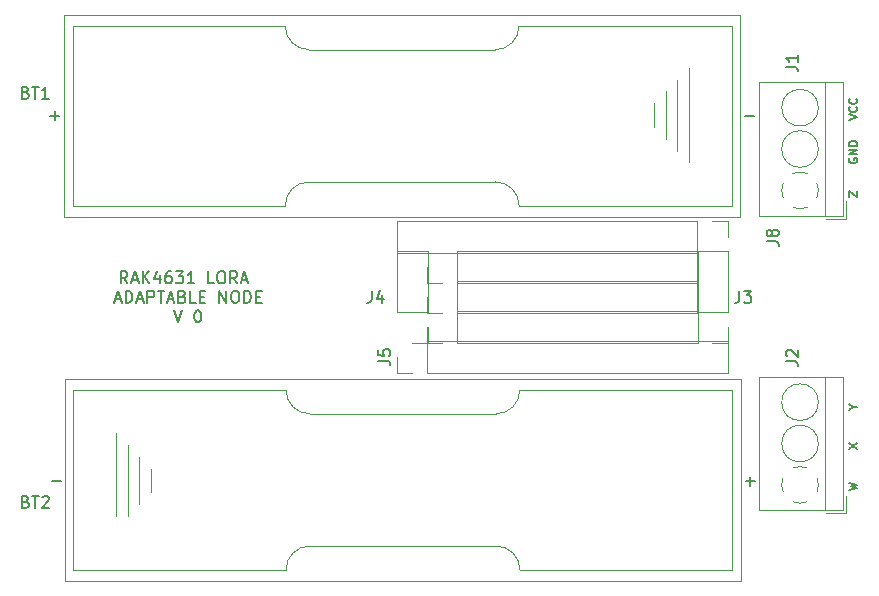
<source format=gbr>
G04 #@! TF.GenerationSoftware,KiCad,Pcbnew,5.1.5-52549c5~86~ubuntu18.04.1*
G04 #@! TF.CreationDate,2020-11-21T17:19:21-05:00*
G04 #@! TF.ProjectId,RAK4631_LORA_ADAPTABLE_NODE,52414b34-3633-4315-9f4c-4f52415f4144,rev?*
G04 #@! TF.SameCoordinates,Original*
G04 #@! TF.FileFunction,Legend,Top*
G04 #@! TF.FilePolarity,Positive*
%FSLAX46Y46*%
G04 Gerber Fmt 4.6, Leading zero omitted, Abs format (unit mm)*
G04 Created by KiCad (PCBNEW 5.1.5-52549c5~86~ubuntu18.04.1) date 2020-11-21 17:19:21*
%MOMM*%
%LPD*%
G04 APERTURE LIST*
%ADD10C,0.150000*%
%ADD11C,0.120000*%
%ADD12O,1.802000X1.802000*%
%ADD13C,1.802000*%
%ADD14C,2.502000*%
%ADD15R,2.502000X2.502000*%
%ADD16C,2.102000*%
%ADD17C,2.742000*%
%ADD18C,3.102000*%
G04 APERTURE END LIST*
D10*
X174041666Y-140760000D02*
X174741666Y-140593333D01*
X174241666Y-140460000D01*
X174741666Y-140326666D01*
X174041666Y-140160000D01*
X174041666Y-137293333D02*
X174741666Y-136826666D01*
X174041666Y-136826666D02*
X174741666Y-137293333D01*
X174408333Y-133760000D02*
X174741666Y-133760000D01*
X174041666Y-133993333D02*
X174408333Y-133760000D01*
X174041666Y-133526666D01*
X174041666Y-115926666D02*
X174041666Y-115460000D01*
X174741666Y-115926666D01*
X174741666Y-115460000D01*
X174075000Y-112693333D02*
X174041666Y-112760000D01*
X174041666Y-112860000D01*
X174075000Y-112960000D01*
X174141666Y-113026666D01*
X174208333Y-113060000D01*
X174341666Y-113093333D01*
X174441666Y-113093333D01*
X174575000Y-113060000D01*
X174641666Y-113026666D01*
X174708333Y-112960000D01*
X174741666Y-112860000D01*
X174741666Y-112793333D01*
X174708333Y-112693333D01*
X174675000Y-112660000D01*
X174441666Y-112660000D01*
X174441666Y-112793333D01*
X174741666Y-112360000D02*
X174041666Y-112360000D01*
X174741666Y-111960000D01*
X174041666Y-111960000D01*
X174741666Y-111626666D02*
X174041666Y-111626666D01*
X174041666Y-111460000D01*
X174075000Y-111360000D01*
X174141666Y-111293333D01*
X174208333Y-111260000D01*
X174341666Y-111226666D01*
X174441666Y-111226666D01*
X174575000Y-111260000D01*
X174641666Y-111293333D01*
X174708333Y-111360000D01*
X174741666Y-111460000D01*
X174741666Y-111626666D01*
X174041666Y-109426666D02*
X174741666Y-109193333D01*
X174041666Y-108960000D01*
X174675000Y-108326666D02*
X174708333Y-108360000D01*
X174741666Y-108460000D01*
X174741666Y-108526666D01*
X174708333Y-108626666D01*
X174641666Y-108693333D01*
X174575000Y-108726666D01*
X174441666Y-108760000D01*
X174341666Y-108760000D01*
X174208333Y-108726666D01*
X174141666Y-108693333D01*
X174075000Y-108626666D01*
X174041666Y-108526666D01*
X174041666Y-108460000D01*
X174075000Y-108360000D01*
X174108333Y-108326666D01*
X174675000Y-107626666D02*
X174708333Y-107660000D01*
X174741666Y-107760000D01*
X174741666Y-107826666D01*
X174708333Y-107926666D01*
X174641666Y-107993333D01*
X174575000Y-108026666D01*
X174441666Y-108060000D01*
X174341666Y-108060000D01*
X174208333Y-108026666D01*
X174141666Y-107993333D01*
X174075000Y-107926666D01*
X174041666Y-107826666D01*
X174041666Y-107760000D01*
X174075000Y-107660000D01*
X174108333Y-107626666D01*
X112967142Y-123262380D02*
X112633809Y-122786190D01*
X112395714Y-123262380D02*
X112395714Y-122262380D01*
X112776666Y-122262380D01*
X112871904Y-122310000D01*
X112919523Y-122357619D01*
X112967142Y-122452857D01*
X112967142Y-122595714D01*
X112919523Y-122690952D01*
X112871904Y-122738571D01*
X112776666Y-122786190D01*
X112395714Y-122786190D01*
X113348095Y-122976666D02*
X113824285Y-122976666D01*
X113252857Y-123262380D02*
X113586190Y-122262380D01*
X113919523Y-123262380D01*
X114252857Y-123262380D02*
X114252857Y-122262380D01*
X114824285Y-123262380D02*
X114395714Y-122690952D01*
X114824285Y-122262380D02*
X114252857Y-122833809D01*
X115681428Y-122595714D02*
X115681428Y-123262380D01*
X115443333Y-122214761D02*
X115205238Y-122929047D01*
X115824285Y-122929047D01*
X116633809Y-122262380D02*
X116443333Y-122262380D01*
X116348095Y-122310000D01*
X116300476Y-122357619D01*
X116205238Y-122500476D01*
X116157619Y-122690952D01*
X116157619Y-123071904D01*
X116205238Y-123167142D01*
X116252857Y-123214761D01*
X116348095Y-123262380D01*
X116538571Y-123262380D01*
X116633809Y-123214761D01*
X116681428Y-123167142D01*
X116729047Y-123071904D01*
X116729047Y-122833809D01*
X116681428Y-122738571D01*
X116633809Y-122690952D01*
X116538571Y-122643333D01*
X116348095Y-122643333D01*
X116252857Y-122690952D01*
X116205238Y-122738571D01*
X116157619Y-122833809D01*
X117062380Y-122262380D02*
X117681428Y-122262380D01*
X117348095Y-122643333D01*
X117490952Y-122643333D01*
X117586190Y-122690952D01*
X117633809Y-122738571D01*
X117681428Y-122833809D01*
X117681428Y-123071904D01*
X117633809Y-123167142D01*
X117586190Y-123214761D01*
X117490952Y-123262380D01*
X117205238Y-123262380D01*
X117110000Y-123214761D01*
X117062380Y-123167142D01*
X118633809Y-123262380D02*
X118062380Y-123262380D01*
X118348095Y-123262380D02*
X118348095Y-122262380D01*
X118252857Y-122405238D01*
X118157619Y-122500476D01*
X118062380Y-122548095D01*
X120300476Y-123262380D02*
X119824285Y-123262380D01*
X119824285Y-122262380D01*
X120824285Y-122262380D02*
X121014761Y-122262380D01*
X121110000Y-122310000D01*
X121205238Y-122405238D01*
X121252857Y-122595714D01*
X121252857Y-122929047D01*
X121205238Y-123119523D01*
X121110000Y-123214761D01*
X121014761Y-123262380D01*
X120824285Y-123262380D01*
X120729047Y-123214761D01*
X120633809Y-123119523D01*
X120586190Y-122929047D01*
X120586190Y-122595714D01*
X120633809Y-122405238D01*
X120729047Y-122310000D01*
X120824285Y-122262380D01*
X122252857Y-123262380D02*
X121919523Y-122786190D01*
X121681428Y-123262380D02*
X121681428Y-122262380D01*
X122062380Y-122262380D01*
X122157619Y-122310000D01*
X122205238Y-122357619D01*
X122252857Y-122452857D01*
X122252857Y-122595714D01*
X122205238Y-122690952D01*
X122157619Y-122738571D01*
X122062380Y-122786190D01*
X121681428Y-122786190D01*
X122633809Y-122976666D02*
X123110000Y-122976666D01*
X122538571Y-123262380D02*
X122871904Y-122262380D01*
X123205238Y-123262380D01*
X111895714Y-124626666D02*
X112371904Y-124626666D01*
X111800476Y-124912380D02*
X112133809Y-123912380D01*
X112467142Y-124912380D01*
X112800476Y-124912380D02*
X112800476Y-123912380D01*
X113038571Y-123912380D01*
X113181428Y-123960000D01*
X113276666Y-124055238D01*
X113324285Y-124150476D01*
X113371904Y-124340952D01*
X113371904Y-124483809D01*
X113324285Y-124674285D01*
X113276666Y-124769523D01*
X113181428Y-124864761D01*
X113038571Y-124912380D01*
X112800476Y-124912380D01*
X113752857Y-124626666D02*
X114229047Y-124626666D01*
X113657619Y-124912380D02*
X113990952Y-123912380D01*
X114324285Y-124912380D01*
X114657619Y-124912380D02*
X114657619Y-123912380D01*
X115038571Y-123912380D01*
X115133809Y-123960000D01*
X115181428Y-124007619D01*
X115229047Y-124102857D01*
X115229047Y-124245714D01*
X115181428Y-124340952D01*
X115133809Y-124388571D01*
X115038571Y-124436190D01*
X114657619Y-124436190D01*
X115514761Y-123912380D02*
X116086190Y-123912380D01*
X115800476Y-124912380D02*
X115800476Y-123912380D01*
X116371904Y-124626666D02*
X116848095Y-124626666D01*
X116276666Y-124912380D02*
X116610000Y-123912380D01*
X116943333Y-124912380D01*
X117610000Y-124388571D02*
X117752857Y-124436190D01*
X117800476Y-124483809D01*
X117848095Y-124579047D01*
X117848095Y-124721904D01*
X117800476Y-124817142D01*
X117752857Y-124864761D01*
X117657619Y-124912380D01*
X117276666Y-124912380D01*
X117276666Y-123912380D01*
X117610000Y-123912380D01*
X117705238Y-123960000D01*
X117752857Y-124007619D01*
X117800476Y-124102857D01*
X117800476Y-124198095D01*
X117752857Y-124293333D01*
X117705238Y-124340952D01*
X117610000Y-124388571D01*
X117276666Y-124388571D01*
X118752857Y-124912380D02*
X118276666Y-124912380D01*
X118276666Y-123912380D01*
X119086190Y-124388571D02*
X119419523Y-124388571D01*
X119562380Y-124912380D02*
X119086190Y-124912380D01*
X119086190Y-123912380D01*
X119562380Y-123912380D01*
X120752857Y-124912380D02*
X120752857Y-123912380D01*
X121324285Y-124912380D01*
X121324285Y-123912380D01*
X121990952Y-123912380D02*
X122181428Y-123912380D01*
X122276666Y-123960000D01*
X122371904Y-124055238D01*
X122419523Y-124245714D01*
X122419523Y-124579047D01*
X122371904Y-124769523D01*
X122276666Y-124864761D01*
X122181428Y-124912380D01*
X121990952Y-124912380D01*
X121895714Y-124864761D01*
X121800476Y-124769523D01*
X121752857Y-124579047D01*
X121752857Y-124245714D01*
X121800476Y-124055238D01*
X121895714Y-123960000D01*
X121990952Y-123912380D01*
X122848095Y-124912380D02*
X122848095Y-123912380D01*
X123086190Y-123912380D01*
X123229047Y-123960000D01*
X123324285Y-124055238D01*
X123371904Y-124150476D01*
X123419523Y-124340952D01*
X123419523Y-124483809D01*
X123371904Y-124674285D01*
X123324285Y-124769523D01*
X123229047Y-124864761D01*
X123086190Y-124912380D01*
X122848095Y-124912380D01*
X123848095Y-124388571D02*
X124181428Y-124388571D01*
X124324285Y-124912380D02*
X123848095Y-124912380D01*
X123848095Y-123912380D01*
X124324285Y-123912380D01*
X116919523Y-125562380D02*
X117252857Y-126562380D01*
X117586190Y-125562380D01*
X118871904Y-125562380D02*
X118967142Y-125562380D01*
X119062380Y-125610000D01*
X119110000Y-125657619D01*
X119157619Y-125752857D01*
X119205238Y-125943333D01*
X119205238Y-126181428D01*
X119157619Y-126371904D01*
X119110000Y-126467142D01*
X119062380Y-126514761D01*
X118967142Y-126562380D01*
X118871904Y-126562380D01*
X118776666Y-126514761D01*
X118729047Y-126467142D01*
X118681428Y-126371904D01*
X118633809Y-126181428D01*
X118633809Y-125943333D01*
X118681428Y-125752857D01*
X118729047Y-125657619D01*
X118776666Y-125610000D01*
X118871904Y-125562380D01*
D11*
X138305000Y-123215000D02*
X138305000Y-121885000D01*
X139635000Y-123215000D02*
X138305000Y-123215000D01*
X140905000Y-123215000D02*
X140905000Y-120555000D01*
X140905000Y-120555000D02*
X161285000Y-120555000D01*
X140905000Y-123215000D02*
X161285000Y-123215000D01*
X161285000Y-123215000D02*
X161285000Y-120555000D01*
X138305000Y-125755000D02*
X138305000Y-124425000D01*
X139635000Y-125755000D02*
X138305000Y-125755000D01*
X140905000Y-125755000D02*
X140905000Y-123095000D01*
X140905000Y-123095000D02*
X161285000Y-123095000D01*
X140905000Y-125755000D02*
X161285000Y-125755000D01*
X161285000Y-125755000D02*
X161285000Y-123095000D01*
X138305000Y-128295000D02*
X138305000Y-126965000D01*
X139635000Y-128295000D02*
X138305000Y-128295000D01*
X140905000Y-128295000D02*
X140905000Y-125635000D01*
X140905000Y-125635000D02*
X161285000Y-125635000D01*
X140905000Y-128295000D02*
X161285000Y-128295000D01*
X161285000Y-128295000D02*
X161285000Y-125635000D01*
X173810000Y-117800000D02*
X173810000Y-116300000D01*
X172070000Y-117800000D02*
X173810000Y-117800000D01*
X166450000Y-106240000D02*
X173570000Y-106240000D01*
X166450000Y-117560000D02*
X173570000Y-117560000D01*
X173570000Y-117560000D02*
X173570000Y-106240000D01*
X166450000Y-117560000D02*
X166450000Y-106240000D01*
X172010000Y-117560000D02*
X172010000Y-106240000D01*
X171465000Y-108400000D02*
G75*
G03X171465000Y-108400000I-1555000J0D01*
G01*
X171465000Y-111900000D02*
G75*
G03X171465000Y-111900000I-1555000J0D01*
G01*
X171465492Y-115372989D02*
G75*
G02X171342000Y-116008000I-1555492J-27011D01*
G01*
X170517742Y-116832109D02*
G75*
G02X169302000Y-116832000I-607742J1432109D01*
G01*
X168477891Y-116007742D02*
G75*
G02X168478000Y-114792000I1432109J607742D01*
G01*
X169302258Y-113967891D02*
G75*
G02X170518000Y-113968000I607742J-1432109D01*
G01*
X171341385Y-114792413D02*
G75*
G02X171465000Y-115400000I-1431385J-607587D01*
G01*
X163825000Y-118015000D02*
X163825000Y-119345000D01*
X162495000Y-118015000D02*
X163825000Y-118015000D01*
X161225000Y-118015000D02*
X161225000Y-120675000D01*
X161225000Y-120675000D02*
X135765000Y-120675000D01*
X161225000Y-118015000D02*
X135765000Y-118015000D01*
X135765000Y-118015000D02*
X135765000Y-120675000D01*
X135765000Y-130835000D02*
X135765000Y-129505000D01*
X137095000Y-130835000D02*
X135765000Y-130835000D01*
X138365000Y-130835000D02*
X138365000Y-128175000D01*
X138365000Y-128175000D02*
X163825000Y-128175000D01*
X138365000Y-130835000D02*
X163825000Y-130835000D01*
X163825000Y-130835000D02*
X163825000Y-128175000D01*
X138425000Y-128295000D02*
X137095000Y-128295000D01*
X138425000Y-126965000D02*
X138425000Y-128295000D01*
X138425000Y-125695000D02*
X135765000Y-125695000D01*
X135765000Y-125695000D02*
X135765000Y-120555000D01*
X138425000Y-125695000D02*
X138425000Y-120555000D01*
X138425000Y-120555000D02*
X135765000Y-120555000D01*
X163825000Y-128295000D02*
X162495000Y-128295000D01*
X163825000Y-126965000D02*
X163825000Y-128295000D01*
X163825000Y-125695000D02*
X161165000Y-125695000D01*
X161165000Y-125695000D02*
X161165000Y-120555000D01*
X163825000Y-125695000D02*
X163825000Y-120555000D01*
X163825000Y-120555000D02*
X161165000Y-120555000D01*
X158530000Y-107025000D02*
X158530000Y-111025000D01*
X159530000Y-112025000D02*
X159530000Y-106025000D01*
X160530000Y-105025000D02*
X160530000Y-113025000D01*
X157530000Y-108025000D02*
X157530000Y-110025000D01*
X164840000Y-100520000D02*
X164840000Y-117650000D01*
X164840000Y-117650000D02*
X107600000Y-117650000D01*
X107600000Y-117650000D02*
X107600000Y-100520000D01*
X107600000Y-100520000D02*
X164840000Y-100520000D01*
X108320000Y-101485000D02*
X108320000Y-116685000D01*
X108320000Y-116685000D02*
X126320000Y-116685000D01*
X164120000Y-101485000D02*
X164120000Y-116685000D01*
X108320000Y-101485000D02*
X126320000Y-101485000D01*
X146120000Y-101485000D02*
X164120000Y-101485000D01*
X146120000Y-116685000D02*
X164120000Y-116685000D01*
X126320000Y-116685000D02*
G75*
G02X128320000Y-114685000I2000000J0D01*
G01*
X144120000Y-114685000D02*
G75*
G02X146120000Y-116685000I0J-2000000D01*
G01*
X146120000Y-101485000D02*
G75*
G02X144120000Y-103485000I-2000000J0D01*
G01*
X128320000Y-103485000D02*
G75*
G02X126320000Y-101485000I0J2000000D01*
G01*
X128320000Y-103485000D02*
X144120000Y-103485000D01*
X144120000Y-114685000D02*
X128320000Y-114685000D01*
X173810000Y-142735000D02*
X173810000Y-141235000D01*
X172070000Y-142735000D02*
X173810000Y-142735000D01*
X166450000Y-131175000D02*
X173570000Y-131175000D01*
X166450000Y-142495000D02*
X173570000Y-142495000D01*
X173570000Y-142495000D02*
X173570000Y-131175000D01*
X166450000Y-142495000D02*
X166450000Y-131175000D01*
X172010000Y-142495000D02*
X172010000Y-131175000D01*
X171465000Y-133335000D02*
G75*
G03X171465000Y-133335000I-1555000J0D01*
G01*
X171465000Y-136835000D02*
G75*
G03X171465000Y-136835000I-1555000J0D01*
G01*
X171465492Y-140307989D02*
G75*
G02X171342000Y-140943000I-1555492J-27011D01*
G01*
X170517742Y-141767109D02*
G75*
G02X169302000Y-141767000I-607742J1432109D01*
G01*
X168477891Y-140942742D02*
G75*
G02X168478000Y-139727000I1432109J607742D01*
G01*
X169302258Y-138902891D02*
G75*
G02X170518000Y-138903000I607742J-1432109D01*
G01*
X171341385Y-139727413D02*
G75*
G02X171465000Y-140335000I-1431385J-607587D01*
G01*
X113980000Y-141975000D02*
X113980000Y-137975000D01*
X112980000Y-136975000D02*
X112980000Y-142975000D01*
X111980000Y-143975000D02*
X111980000Y-135975000D01*
X114980000Y-140975000D02*
X114980000Y-138975000D01*
X107670000Y-148480000D02*
X107670000Y-131350000D01*
X107670000Y-131350000D02*
X164910000Y-131350000D01*
X164910000Y-131350000D02*
X164910000Y-148480000D01*
X164910000Y-148480000D02*
X107670000Y-148480000D01*
X164190000Y-147515000D02*
X164190000Y-132315000D01*
X164190000Y-132315000D02*
X146190000Y-132315000D01*
X108390000Y-147515000D02*
X108390000Y-132315000D01*
X164190000Y-147515000D02*
X146190000Y-147515000D01*
X126390000Y-147515000D02*
X108390000Y-147515000D01*
X126390000Y-132315000D02*
X108390000Y-132315000D01*
X146190000Y-132315000D02*
G75*
G02X144190000Y-134315000I-2000000J0D01*
G01*
X128390000Y-134315000D02*
G75*
G02X126390000Y-132315000I0J2000000D01*
G01*
X126390000Y-147515000D02*
G75*
G02X128390000Y-145515000I2000000J0D01*
G01*
X144190000Y-145515000D02*
G75*
G02X146190000Y-147515000I0J-2000000D01*
G01*
X144190000Y-145515000D02*
X128390000Y-145515000D01*
X128390000Y-134315000D02*
X144190000Y-134315000D01*
D10*
X168727380Y-104938333D02*
X169441666Y-104938333D01*
X169584523Y-104985952D01*
X169679761Y-105081190D01*
X169727380Y-105224047D01*
X169727380Y-105319285D01*
X169727380Y-103938333D02*
X169727380Y-104509761D01*
X169727380Y-104224047D02*
X168727380Y-104224047D01*
X168870238Y-104319285D01*
X168965476Y-104414523D01*
X169013095Y-104509761D01*
X167092380Y-119713333D02*
X167806666Y-119713333D01*
X167949523Y-119760952D01*
X168044761Y-119856190D01*
X168092380Y-119999047D01*
X168092380Y-120094285D01*
X167520952Y-119094285D02*
X167473333Y-119189523D01*
X167425714Y-119237142D01*
X167330476Y-119284761D01*
X167282857Y-119284761D01*
X167187619Y-119237142D01*
X167140000Y-119189523D01*
X167092380Y-119094285D01*
X167092380Y-118903809D01*
X167140000Y-118808571D01*
X167187619Y-118760952D01*
X167282857Y-118713333D01*
X167330476Y-118713333D01*
X167425714Y-118760952D01*
X167473333Y-118808571D01*
X167520952Y-118903809D01*
X167520952Y-119094285D01*
X167568571Y-119189523D01*
X167616190Y-119237142D01*
X167711428Y-119284761D01*
X167901904Y-119284761D01*
X167997142Y-119237142D01*
X168044761Y-119189523D01*
X168092380Y-119094285D01*
X168092380Y-118903809D01*
X168044761Y-118808571D01*
X167997142Y-118760952D01*
X167901904Y-118713333D01*
X167711428Y-118713333D01*
X167616190Y-118760952D01*
X167568571Y-118808571D01*
X167520952Y-118903809D01*
X134217380Y-129838333D02*
X134931666Y-129838333D01*
X135074523Y-129885952D01*
X135169761Y-129981190D01*
X135217380Y-130124047D01*
X135217380Y-130219285D01*
X134217380Y-128885952D02*
X134217380Y-129362142D01*
X134693571Y-129409761D01*
X134645952Y-129362142D01*
X134598333Y-129266904D01*
X134598333Y-129028809D01*
X134645952Y-128933571D01*
X134693571Y-128885952D01*
X134788809Y-128838333D01*
X135026904Y-128838333D01*
X135122142Y-128885952D01*
X135169761Y-128933571D01*
X135217380Y-129028809D01*
X135217380Y-129266904D01*
X135169761Y-129362142D01*
X135122142Y-129409761D01*
X133651666Y-123912380D02*
X133651666Y-124626666D01*
X133604047Y-124769523D01*
X133508809Y-124864761D01*
X133365952Y-124912380D01*
X133270714Y-124912380D01*
X134556428Y-124245714D02*
X134556428Y-124912380D01*
X134318333Y-123864761D02*
X134080238Y-124579047D01*
X134699285Y-124579047D01*
X164766666Y-123912380D02*
X164766666Y-124626666D01*
X164719047Y-124769523D01*
X164623809Y-124864761D01*
X164480952Y-124912380D01*
X164385714Y-124912380D01*
X165147619Y-123912380D02*
X165766666Y-123912380D01*
X165433333Y-124293333D01*
X165576190Y-124293333D01*
X165671428Y-124340952D01*
X165719047Y-124388571D01*
X165766666Y-124483809D01*
X165766666Y-124721904D01*
X165719047Y-124817142D01*
X165671428Y-124864761D01*
X165576190Y-124912380D01*
X165290476Y-124912380D01*
X165195238Y-124864761D01*
X165147619Y-124817142D01*
X104354285Y-107108571D02*
X104497142Y-107156190D01*
X104544761Y-107203809D01*
X104592380Y-107299047D01*
X104592380Y-107441904D01*
X104544761Y-107537142D01*
X104497142Y-107584761D01*
X104401904Y-107632380D01*
X104020952Y-107632380D01*
X104020952Y-106632380D01*
X104354285Y-106632380D01*
X104449523Y-106680000D01*
X104497142Y-106727619D01*
X104544761Y-106822857D01*
X104544761Y-106918095D01*
X104497142Y-107013333D01*
X104449523Y-107060952D01*
X104354285Y-107108571D01*
X104020952Y-107108571D01*
X104878095Y-106632380D02*
X105449523Y-106632380D01*
X105163809Y-107632380D02*
X105163809Y-106632380D01*
X106306666Y-107632380D02*
X105735238Y-107632380D01*
X106020952Y-107632380D02*
X106020952Y-106632380D01*
X105925714Y-106775238D01*
X105830476Y-106870476D01*
X105735238Y-106918095D01*
X106439047Y-109096428D02*
X107200952Y-109096428D01*
X106820000Y-109477380D02*
X106820000Y-108715476D01*
X165209047Y-109096428D02*
X165970952Y-109096428D01*
X168727380Y-129873333D02*
X169441666Y-129873333D01*
X169584523Y-129920952D01*
X169679761Y-130016190D01*
X169727380Y-130159047D01*
X169727380Y-130254285D01*
X168822619Y-129444761D02*
X168775000Y-129397142D01*
X168727380Y-129301904D01*
X168727380Y-129063809D01*
X168775000Y-128968571D01*
X168822619Y-128920952D01*
X168917857Y-128873333D01*
X169013095Y-128873333D01*
X169155952Y-128920952D01*
X169727380Y-129492380D01*
X169727380Y-128873333D01*
X104354285Y-141748571D02*
X104497142Y-141796190D01*
X104544761Y-141843809D01*
X104592380Y-141939047D01*
X104592380Y-142081904D01*
X104544761Y-142177142D01*
X104497142Y-142224761D01*
X104401904Y-142272380D01*
X104020952Y-142272380D01*
X104020952Y-141272380D01*
X104354285Y-141272380D01*
X104449523Y-141320000D01*
X104497142Y-141367619D01*
X104544761Y-141462857D01*
X104544761Y-141558095D01*
X104497142Y-141653333D01*
X104449523Y-141700952D01*
X104354285Y-141748571D01*
X104020952Y-141748571D01*
X104878095Y-141272380D02*
X105449523Y-141272380D01*
X105163809Y-142272380D02*
X105163809Y-141272380D01*
X105735238Y-141367619D02*
X105782857Y-141320000D01*
X105878095Y-141272380D01*
X106116190Y-141272380D01*
X106211428Y-141320000D01*
X106259047Y-141367619D01*
X106306666Y-141462857D01*
X106306666Y-141558095D01*
X106259047Y-141700952D01*
X105687619Y-142272380D01*
X106306666Y-142272380D01*
X165309047Y-140046428D02*
X166070952Y-140046428D01*
X165690000Y-140427380D02*
X165690000Y-139665476D01*
X106539047Y-140046428D02*
X107300952Y-140046428D01*
%LPC*%
D12*
X159955000Y-121885000D03*
X157415000Y-121885000D03*
X154875000Y-121885000D03*
X152335000Y-121885000D03*
X149795000Y-121885000D03*
X147255000Y-121885000D03*
X144715000Y-121885000D03*
X142175000Y-121885000D03*
D13*
X139635000Y-121885000D03*
D12*
X159955000Y-124425000D03*
X157415000Y-124425000D03*
X154875000Y-124425000D03*
X152335000Y-124425000D03*
X149795000Y-124425000D03*
X147255000Y-124425000D03*
X144715000Y-124425000D03*
X142175000Y-124425000D03*
D13*
X139635000Y-124425000D03*
D12*
X159955000Y-126965000D03*
X157415000Y-126965000D03*
X154875000Y-126965000D03*
X152335000Y-126965000D03*
X149795000Y-126965000D03*
X147255000Y-126965000D03*
X144715000Y-126965000D03*
X142175000Y-126965000D03*
D13*
X139635000Y-126965000D03*
D14*
X169910000Y-108400000D03*
X169910000Y-111900000D03*
D15*
X169910000Y-115400000D03*
D12*
X137095000Y-119345000D03*
X139635000Y-119345000D03*
X142175000Y-119345000D03*
X144715000Y-119345000D03*
X147255000Y-119345000D03*
X149795000Y-119345000D03*
X152335000Y-119345000D03*
X154875000Y-119345000D03*
X157415000Y-119345000D03*
X159955000Y-119345000D03*
D13*
X162495000Y-119345000D03*
D12*
X162495000Y-129505000D03*
X159955000Y-129505000D03*
X157415000Y-129505000D03*
X154875000Y-129505000D03*
X152335000Y-129505000D03*
X149795000Y-129505000D03*
X147255000Y-129505000D03*
X144715000Y-129505000D03*
X142175000Y-129505000D03*
X139635000Y-129505000D03*
D13*
X137095000Y-129505000D03*
D12*
X137095000Y-121885000D03*
X137095000Y-124425000D03*
D13*
X137095000Y-126965000D03*
D12*
X162495000Y-121885000D03*
X162495000Y-124425000D03*
D13*
X162495000Y-126965000D03*
D16*
X110220000Y-109085000D03*
X162210000Y-109085000D03*
D17*
X159450000Y-115080000D03*
X112970000Y-103090000D03*
D14*
X169910000Y-133335000D03*
X169910000Y-136835000D03*
D15*
X169910000Y-140335000D03*
D16*
X162290000Y-139915000D03*
X110300000Y-139915000D03*
D17*
X113060000Y-133920000D03*
X159540000Y-145910000D03*
D18*
X105500000Y-124500000D03*
X112500000Y-144500000D03*
X162500000Y-104500000D03*
X169500000Y-124500000D03*
M02*

</source>
